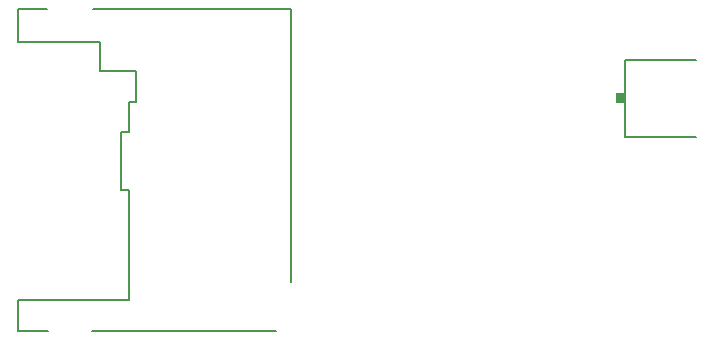
<source format=gbo>
G75*
G70*
%OFA0B0*%
%FSLAX24Y24*%
%IPPOS*%
%LPD*%
%AMOC8*
5,1,8,0,0,1.08239X$1,22.5*
%
%ADD10C,0.0080*%
%ADD11R,0.0300X0.0340*%
D10*
X001529Y010077D02*
X001529Y011101D01*
X005230Y011101D01*
X005230Y014762D01*
X004954Y014762D01*
X004954Y016711D01*
X005230Y016711D01*
X005230Y017695D01*
X005446Y017695D01*
X005446Y018739D01*
X004265Y018739D01*
X004265Y019703D01*
X001529Y019703D01*
X001529Y020786D01*
X002493Y020786D01*
X004009Y020786D02*
X010623Y020786D01*
X010623Y011711D01*
X010112Y010077D02*
X003989Y010077D01*
X002513Y010077D02*
X001529Y010077D01*
X021763Y016536D02*
X024123Y016536D01*
X021763Y016536D02*
X021763Y019116D01*
X024123Y019116D01*
D11*
X021573Y017826D03*
M02*

</source>
